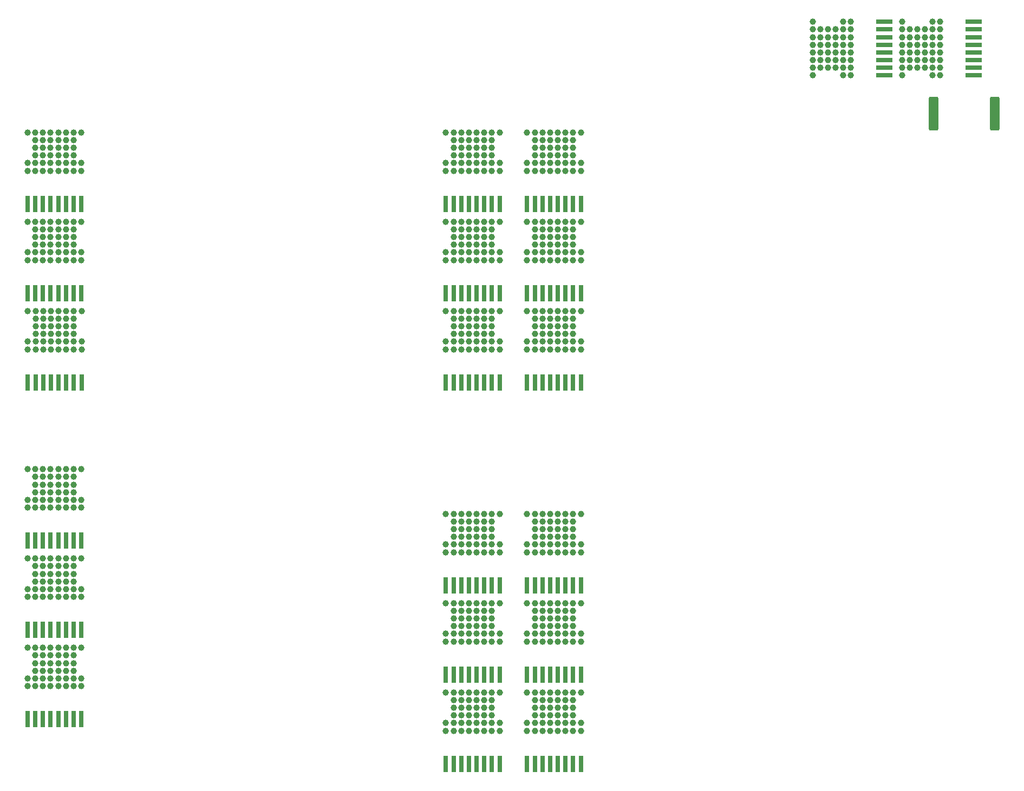
<source format=gbr>
%TF.GenerationSoftware,KiCad,Pcbnew,(6.0.0-rc1-57-gf03efa1cba)*%
%TF.CreationDate,2021-11-19T01:11:21-08:00*%
%TF.ProjectId,OpenCharger,4f70656e-4368-4617-9267-65722e6b6963,rev?*%
%TF.SameCoordinates,Original*%
%TF.FileFunction,Paste,Bot*%
%TF.FilePolarity,Positive*%
%FSLAX46Y46*%
G04 Gerber Fmt 4.6, Leading zero omitted, Abs format (unit mm)*
G04 Created by KiCad (PCBNEW (6.0.0-rc1-57-gf03efa1cba)) date 2021-11-19 01:11:21*
%MOMM*%
%LPD*%
G01*
G04 APERTURE LIST*
G04 Aperture macros list*
%AMRoundRect*
0 Rectangle with rounded corners*
0 $1 Rounding radius*
0 $2 $3 $4 $5 $6 $7 $8 $9 X,Y pos of 4 corners*
0 Add a 4 corners polygon primitive as box body*
4,1,4,$2,$3,$4,$5,$6,$7,$8,$9,$2,$3,0*
0 Add four circle primitives for the rounded corners*
1,1,$1+$1,$2,$3*
1,1,$1+$1,$4,$5*
1,1,$1+$1,$6,$7*
1,1,$1+$1,$8,$9*
0 Add four rect primitives between the rounded corners*
20,1,$1+$1,$2,$3,$4,$5,0*
20,1,$1+$1,$4,$5,$6,$7,0*
20,1,$1+$1,$6,$7,$8,$9,0*
20,1,$1+$1,$8,$9,$2,$3,0*%
G04 Aperture macros list end*
%ADD10R,2.600000X0.700000*%
%ADD11C,1.000000*%
%ADD12R,0.700000X2.600000*%
%ADD13RoundRect,0.250001X-0.487499X-2.399999X0.487499X-2.399999X0.487499X2.399999X-0.487499X2.399999X0*%
G04 APERTURE END LIST*
D10*
%TO.C,Q26*%
X239565000Y-161680000D03*
X239565000Y-160480000D03*
X239565000Y-159280000D03*
X239565000Y-158080000D03*
X239565000Y-156880000D03*
X239565000Y-155680000D03*
X239565000Y-154480000D03*
X239565000Y-153280000D03*
D11*
X234385000Y-153280000D03*
X233185000Y-153280000D03*
X228385000Y-153280000D03*
X234385000Y-154480000D03*
X233185000Y-154480000D03*
X231985000Y-154480000D03*
X230785000Y-154480000D03*
X229585000Y-154480000D03*
X228385000Y-154480000D03*
X234385000Y-155680000D03*
X233185000Y-155680000D03*
X231985000Y-155680000D03*
X230785000Y-155680000D03*
X229585000Y-155680000D03*
X228385000Y-155680000D03*
X234385000Y-156880000D03*
X233185000Y-156880000D03*
X231985000Y-156880000D03*
X230785000Y-156880000D03*
X229585000Y-156880000D03*
X228385000Y-156880000D03*
X234385000Y-158080000D03*
X233185000Y-158080000D03*
X231985000Y-158080000D03*
X230785000Y-158080000D03*
X229585000Y-158080000D03*
X228385000Y-158080000D03*
X234385000Y-159280000D03*
X233185000Y-159280000D03*
X231985000Y-159280000D03*
X230785000Y-159280000D03*
X229585000Y-159280000D03*
X228385000Y-159280000D03*
X234385000Y-160480000D03*
X233185000Y-160480000D03*
X231985000Y-160480000D03*
X230785000Y-160480000D03*
X229585000Y-160480000D03*
X228385000Y-160480000D03*
X234385000Y-161680000D03*
X233185000Y-161680000D03*
X228385000Y-161680000D03*
%TD*%
%TO.C,Q13*%
X105655000Y-170600000D03*
X105655000Y-175400000D03*
X105655000Y-176600000D03*
X106855000Y-170600000D03*
X106855000Y-171800000D03*
X106855000Y-173000000D03*
X106855000Y-174200000D03*
X106855000Y-175400000D03*
X106855000Y-176600000D03*
X108055000Y-170600000D03*
X108055000Y-171800000D03*
X108055000Y-173000000D03*
X108055000Y-174200000D03*
X108055000Y-175400000D03*
X108055000Y-176600000D03*
X109255000Y-170600000D03*
X109255000Y-171800000D03*
X109255000Y-173000000D03*
X109255000Y-174200000D03*
X109255000Y-175400000D03*
X109255000Y-176600000D03*
X110455000Y-170600000D03*
X110455000Y-171800000D03*
X110455000Y-173000000D03*
X110455000Y-174200000D03*
X110455000Y-175400000D03*
X110455000Y-176600000D03*
X111655000Y-170600000D03*
X111655000Y-171800000D03*
X111655000Y-173000000D03*
X111655000Y-174200000D03*
X111655000Y-175400000D03*
X111655000Y-176600000D03*
X112855000Y-170600000D03*
X112855000Y-171800000D03*
X112855000Y-173000000D03*
X112855000Y-174200000D03*
X112855000Y-175400000D03*
X112855000Y-176600000D03*
X114055000Y-170600000D03*
X114055000Y-175400000D03*
X114055000Y-176600000D03*
D12*
X114055000Y-181780000D03*
X112855000Y-181780000D03*
X111655000Y-181780000D03*
X110455000Y-181780000D03*
X109255000Y-181780000D03*
X108055000Y-181780000D03*
X106855000Y-181780000D03*
X105655000Y-181780000D03*
%TD*%
D11*
%TO.C,Q15*%
X105690000Y-198540000D03*
X105690000Y-203340000D03*
X105690000Y-204540000D03*
X106890000Y-198540000D03*
X106890000Y-199740000D03*
X106890000Y-200940000D03*
X106890000Y-202140000D03*
X106890000Y-203340000D03*
X106890000Y-204540000D03*
X108090000Y-198540000D03*
X108090000Y-199740000D03*
X108090000Y-200940000D03*
X108090000Y-202140000D03*
X108090000Y-203340000D03*
X108090000Y-204540000D03*
X109290000Y-198540000D03*
X109290000Y-199740000D03*
X109290000Y-200940000D03*
X109290000Y-202140000D03*
X109290000Y-203340000D03*
X109290000Y-204540000D03*
X110490000Y-198540000D03*
X110490000Y-199740000D03*
X110490000Y-200940000D03*
X110490000Y-202140000D03*
X110490000Y-203340000D03*
X110490000Y-204540000D03*
X111690000Y-198540000D03*
X111690000Y-199740000D03*
X111690000Y-200940000D03*
X111690000Y-202140000D03*
X111690000Y-203340000D03*
X111690000Y-204540000D03*
X112890000Y-198540000D03*
X112890000Y-199740000D03*
X112890000Y-200940000D03*
X112890000Y-202140000D03*
X112890000Y-203340000D03*
X112890000Y-204540000D03*
X114090000Y-198540000D03*
X114090000Y-203340000D03*
X114090000Y-204540000D03*
D12*
X114090000Y-209720000D03*
X112890000Y-209720000D03*
X111690000Y-209720000D03*
X110490000Y-209720000D03*
X109290000Y-209720000D03*
X108090000Y-209720000D03*
X106890000Y-209720000D03*
X105690000Y-209720000D03*
%TD*%
D11*
%TO.C,Q14*%
X105655000Y-184570000D03*
X105655000Y-189370000D03*
X105655000Y-190570000D03*
X106855000Y-184570000D03*
X106855000Y-185770000D03*
X106855000Y-186970000D03*
X106855000Y-188170000D03*
X106855000Y-189370000D03*
X106855000Y-190570000D03*
X108055000Y-184570000D03*
X108055000Y-185770000D03*
X108055000Y-186970000D03*
X108055000Y-188170000D03*
X108055000Y-189370000D03*
X108055000Y-190570000D03*
X109255000Y-184570000D03*
X109255000Y-185770000D03*
X109255000Y-186970000D03*
X109255000Y-188170000D03*
X109255000Y-189370000D03*
X109255000Y-190570000D03*
X110455000Y-184570000D03*
X110455000Y-185770000D03*
X110455000Y-186970000D03*
X110455000Y-188170000D03*
X110455000Y-189370000D03*
X110455000Y-190570000D03*
X111655000Y-184570000D03*
X111655000Y-185770000D03*
X111655000Y-186970000D03*
X111655000Y-188170000D03*
X111655000Y-189370000D03*
X111655000Y-190570000D03*
X112855000Y-184570000D03*
X112855000Y-185770000D03*
X112855000Y-186970000D03*
X112855000Y-188170000D03*
X112855000Y-189370000D03*
X112855000Y-190570000D03*
X114055000Y-184570000D03*
X114055000Y-189370000D03*
X114055000Y-190570000D03*
D12*
X114055000Y-195750000D03*
X112855000Y-195750000D03*
X111655000Y-195750000D03*
X110455000Y-195750000D03*
X109255000Y-195750000D03*
X108055000Y-195750000D03*
X106855000Y-195750000D03*
X105655000Y-195750000D03*
%TD*%
%TO.C,Q25*%
X183760000Y-181780000D03*
X184960000Y-181780000D03*
X186160000Y-181780000D03*
X187360000Y-181780000D03*
X188560000Y-181780000D03*
X189760000Y-181780000D03*
X190960000Y-181780000D03*
X192160000Y-181780000D03*
D11*
X192160000Y-176600000D03*
X192160000Y-175400000D03*
X192160000Y-170600000D03*
X190960000Y-176600000D03*
X190960000Y-175400000D03*
X190960000Y-174200000D03*
X190960000Y-173000000D03*
X190960000Y-171800000D03*
X190960000Y-170600000D03*
X189760000Y-176600000D03*
X189760000Y-175400000D03*
X189760000Y-174200000D03*
X189760000Y-173000000D03*
X189760000Y-171800000D03*
X189760000Y-170600000D03*
X188560000Y-176600000D03*
X188560000Y-175400000D03*
X188560000Y-174200000D03*
X188560000Y-173000000D03*
X188560000Y-171800000D03*
X188560000Y-170600000D03*
X187360000Y-176600000D03*
X187360000Y-175400000D03*
X187360000Y-174200000D03*
X187360000Y-173000000D03*
X187360000Y-171800000D03*
X187360000Y-170600000D03*
X186160000Y-176600000D03*
X186160000Y-175400000D03*
X186160000Y-174200000D03*
X186160000Y-173000000D03*
X186160000Y-171800000D03*
X186160000Y-170600000D03*
X184960000Y-176600000D03*
X184960000Y-175400000D03*
X184960000Y-174200000D03*
X184960000Y-173000000D03*
X184960000Y-171800000D03*
X184960000Y-170600000D03*
X183760000Y-176600000D03*
X183760000Y-175400000D03*
X183760000Y-170600000D03*
%TD*%
D12*
%TO.C,Q24*%
X183760000Y-195750000D03*
X184960000Y-195750000D03*
X186160000Y-195750000D03*
X187360000Y-195750000D03*
X188560000Y-195750000D03*
X189760000Y-195750000D03*
X190960000Y-195750000D03*
X192160000Y-195750000D03*
D11*
X192160000Y-190570000D03*
X192160000Y-189370000D03*
X192160000Y-184570000D03*
X190960000Y-190570000D03*
X190960000Y-189370000D03*
X190960000Y-188170000D03*
X190960000Y-186970000D03*
X190960000Y-185770000D03*
X190960000Y-184570000D03*
X189760000Y-190570000D03*
X189760000Y-189370000D03*
X189760000Y-188170000D03*
X189760000Y-186970000D03*
X189760000Y-185770000D03*
X189760000Y-184570000D03*
X188560000Y-190570000D03*
X188560000Y-189370000D03*
X188560000Y-188170000D03*
X188560000Y-186970000D03*
X188560000Y-185770000D03*
X188560000Y-184570000D03*
X187360000Y-190570000D03*
X187360000Y-189370000D03*
X187360000Y-188170000D03*
X187360000Y-186970000D03*
X187360000Y-185770000D03*
X187360000Y-184570000D03*
X186160000Y-190570000D03*
X186160000Y-189370000D03*
X186160000Y-188170000D03*
X186160000Y-186970000D03*
X186160000Y-185770000D03*
X186160000Y-184570000D03*
X184960000Y-190570000D03*
X184960000Y-189370000D03*
X184960000Y-188170000D03*
X184960000Y-186970000D03*
X184960000Y-185770000D03*
X184960000Y-184570000D03*
X183760000Y-190570000D03*
X183760000Y-189370000D03*
X183760000Y-184570000D03*
%TD*%
D12*
%TO.C,Q23*%
X183760000Y-255440000D03*
X184960000Y-255440000D03*
X186160000Y-255440000D03*
X187360000Y-255440000D03*
X188560000Y-255440000D03*
X189760000Y-255440000D03*
X190960000Y-255440000D03*
X192160000Y-255440000D03*
D11*
X192160000Y-250260000D03*
X192160000Y-249060000D03*
X192160000Y-244260000D03*
X190960000Y-250260000D03*
X190960000Y-249060000D03*
X190960000Y-247860000D03*
X190960000Y-246660000D03*
X190960000Y-245460000D03*
X190960000Y-244260000D03*
X189760000Y-250260000D03*
X189760000Y-249060000D03*
X189760000Y-247860000D03*
X189760000Y-246660000D03*
X189760000Y-245460000D03*
X189760000Y-244260000D03*
X188560000Y-250260000D03*
X188560000Y-249060000D03*
X188560000Y-247860000D03*
X188560000Y-246660000D03*
X188560000Y-245460000D03*
X188560000Y-244260000D03*
X187360000Y-250260000D03*
X187360000Y-249060000D03*
X187360000Y-247860000D03*
X187360000Y-246660000D03*
X187360000Y-245460000D03*
X187360000Y-244260000D03*
X186160000Y-250260000D03*
X186160000Y-249060000D03*
X186160000Y-247860000D03*
X186160000Y-246660000D03*
X186160000Y-245460000D03*
X186160000Y-244260000D03*
X184960000Y-250260000D03*
X184960000Y-249060000D03*
X184960000Y-247860000D03*
X184960000Y-246660000D03*
X184960000Y-245460000D03*
X184960000Y-244260000D03*
X183760000Y-250260000D03*
X183760000Y-249060000D03*
X183760000Y-244260000D03*
%TD*%
D12*
%TO.C,Q22*%
X183760000Y-241470000D03*
X184960000Y-241470000D03*
X186160000Y-241470000D03*
X187360000Y-241470000D03*
X188560000Y-241470000D03*
X189760000Y-241470000D03*
X190960000Y-241470000D03*
X192160000Y-241470000D03*
D11*
X192160000Y-236290000D03*
X192160000Y-235090000D03*
X192160000Y-230290000D03*
X190960000Y-236290000D03*
X190960000Y-235090000D03*
X190960000Y-233890000D03*
X190960000Y-232690000D03*
X190960000Y-231490000D03*
X190960000Y-230290000D03*
X189760000Y-236290000D03*
X189760000Y-235090000D03*
X189760000Y-233890000D03*
X189760000Y-232690000D03*
X189760000Y-231490000D03*
X189760000Y-230290000D03*
X188560000Y-236290000D03*
X188560000Y-235090000D03*
X188560000Y-233890000D03*
X188560000Y-232690000D03*
X188560000Y-231490000D03*
X188560000Y-230290000D03*
X187360000Y-236290000D03*
X187360000Y-235090000D03*
X187360000Y-233890000D03*
X187360000Y-232690000D03*
X187360000Y-231490000D03*
X187360000Y-230290000D03*
X186160000Y-236290000D03*
X186160000Y-235090000D03*
X186160000Y-233890000D03*
X186160000Y-232690000D03*
X186160000Y-231490000D03*
X186160000Y-230290000D03*
X184960000Y-236290000D03*
X184960000Y-235090000D03*
X184960000Y-233890000D03*
X184960000Y-232690000D03*
X184960000Y-231490000D03*
X184960000Y-230290000D03*
X183760000Y-236290000D03*
X183760000Y-235090000D03*
X183760000Y-230290000D03*
%TD*%
D12*
%TO.C,Q21*%
X171060000Y-255430000D03*
X172260000Y-255430000D03*
X173460000Y-255430000D03*
X174660000Y-255430000D03*
X175860000Y-255430000D03*
X177060000Y-255430000D03*
X178260000Y-255430000D03*
X179460000Y-255430000D03*
D11*
X179460000Y-250250000D03*
X179460000Y-249050000D03*
X179460000Y-244250000D03*
X178260000Y-250250000D03*
X178260000Y-249050000D03*
X178260000Y-247850000D03*
X178260000Y-246650000D03*
X178260000Y-245450000D03*
X178260000Y-244250000D03*
X177060000Y-250250000D03*
X177060000Y-249050000D03*
X177060000Y-247850000D03*
X177060000Y-246650000D03*
X177060000Y-245450000D03*
X177060000Y-244250000D03*
X175860000Y-250250000D03*
X175860000Y-249050000D03*
X175860000Y-247850000D03*
X175860000Y-246650000D03*
X175860000Y-245450000D03*
X175860000Y-244250000D03*
X174660000Y-250250000D03*
X174660000Y-249050000D03*
X174660000Y-247850000D03*
X174660000Y-246650000D03*
X174660000Y-245450000D03*
X174660000Y-244250000D03*
X173460000Y-250250000D03*
X173460000Y-249050000D03*
X173460000Y-247850000D03*
X173460000Y-246650000D03*
X173460000Y-245450000D03*
X173460000Y-244250000D03*
X172260000Y-250250000D03*
X172260000Y-249050000D03*
X172260000Y-247850000D03*
X172260000Y-246650000D03*
X172260000Y-245450000D03*
X172260000Y-244250000D03*
X171060000Y-250250000D03*
X171060000Y-249050000D03*
X171060000Y-244250000D03*
%TD*%
D12*
%TO.C,Q20*%
X171060000Y-241460000D03*
X172260000Y-241460000D03*
X173460000Y-241460000D03*
X174660000Y-241460000D03*
X175860000Y-241460000D03*
X177060000Y-241460000D03*
X178260000Y-241460000D03*
X179460000Y-241460000D03*
D11*
X179460000Y-236280000D03*
X179460000Y-235080000D03*
X179460000Y-230280000D03*
X178260000Y-236280000D03*
X178260000Y-235080000D03*
X178260000Y-233880000D03*
X178260000Y-232680000D03*
X178260000Y-231480000D03*
X178260000Y-230280000D03*
X177060000Y-236280000D03*
X177060000Y-235080000D03*
X177060000Y-233880000D03*
X177060000Y-232680000D03*
X177060000Y-231480000D03*
X177060000Y-230280000D03*
X175860000Y-236280000D03*
X175860000Y-235080000D03*
X175860000Y-233880000D03*
X175860000Y-232680000D03*
X175860000Y-231480000D03*
X175860000Y-230280000D03*
X174660000Y-236280000D03*
X174660000Y-235080000D03*
X174660000Y-233880000D03*
X174660000Y-232680000D03*
X174660000Y-231480000D03*
X174660000Y-230280000D03*
X173460000Y-236280000D03*
X173460000Y-235080000D03*
X173460000Y-233880000D03*
X173460000Y-232680000D03*
X173460000Y-231480000D03*
X173460000Y-230280000D03*
X172260000Y-236280000D03*
X172260000Y-235080000D03*
X172260000Y-233880000D03*
X172260000Y-232680000D03*
X172260000Y-231480000D03*
X172260000Y-230280000D03*
X171060000Y-236280000D03*
X171060000Y-235080000D03*
X171060000Y-230280000D03*
%TD*%
D12*
%TO.C,Q19*%
X171060000Y-209720000D03*
X172260000Y-209720000D03*
X173460000Y-209720000D03*
X174660000Y-209720000D03*
X175860000Y-209720000D03*
X177060000Y-209720000D03*
X178260000Y-209720000D03*
X179460000Y-209720000D03*
D11*
X179460000Y-204540000D03*
X179460000Y-203340000D03*
X179460000Y-198540000D03*
X178260000Y-204540000D03*
X178260000Y-203340000D03*
X178260000Y-202140000D03*
X178260000Y-200940000D03*
X178260000Y-199740000D03*
X178260000Y-198540000D03*
X177060000Y-204540000D03*
X177060000Y-203340000D03*
X177060000Y-202140000D03*
X177060000Y-200940000D03*
X177060000Y-199740000D03*
X177060000Y-198540000D03*
X175860000Y-204540000D03*
X175860000Y-203340000D03*
X175860000Y-202140000D03*
X175860000Y-200940000D03*
X175860000Y-199740000D03*
X175860000Y-198540000D03*
X174660000Y-204540000D03*
X174660000Y-203340000D03*
X174660000Y-202140000D03*
X174660000Y-200940000D03*
X174660000Y-199740000D03*
X174660000Y-198540000D03*
X173460000Y-204540000D03*
X173460000Y-203340000D03*
X173460000Y-202140000D03*
X173460000Y-200940000D03*
X173460000Y-199740000D03*
X173460000Y-198540000D03*
X172260000Y-204540000D03*
X172260000Y-203340000D03*
X172260000Y-202140000D03*
X172260000Y-200940000D03*
X172260000Y-199740000D03*
X172260000Y-198540000D03*
X171060000Y-204540000D03*
X171060000Y-203340000D03*
X171060000Y-198540000D03*
%TD*%
D12*
%TO.C,Q18*%
X171060000Y-195750000D03*
X172260000Y-195750000D03*
X173460000Y-195750000D03*
X174660000Y-195750000D03*
X175860000Y-195750000D03*
X177060000Y-195750000D03*
X178260000Y-195750000D03*
X179460000Y-195750000D03*
D11*
X179460000Y-190570000D03*
X179460000Y-189370000D03*
X179460000Y-184570000D03*
X178260000Y-190570000D03*
X178260000Y-189370000D03*
X178260000Y-188170000D03*
X178260000Y-186970000D03*
X178260000Y-185770000D03*
X178260000Y-184570000D03*
X177060000Y-190570000D03*
X177060000Y-189370000D03*
X177060000Y-188170000D03*
X177060000Y-186970000D03*
X177060000Y-185770000D03*
X177060000Y-184570000D03*
X175860000Y-190570000D03*
X175860000Y-189370000D03*
X175860000Y-188170000D03*
X175860000Y-186970000D03*
X175860000Y-185770000D03*
X175860000Y-184570000D03*
X174660000Y-190570000D03*
X174660000Y-189370000D03*
X174660000Y-188170000D03*
X174660000Y-186970000D03*
X174660000Y-185770000D03*
X174660000Y-184570000D03*
X173460000Y-190570000D03*
X173460000Y-189370000D03*
X173460000Y-188170000D03*
X173460000Y-186970000D03*
X173460000Y-185770000D03*
X173460000Y-184570000D03*
X172260000Y-190570000D03*
X172260000Y-189370000D03*
X172260000Y-188170000D03*
X172260000Y-186970000D03*
X172260000Y-185770000D03*
X172260000Y-184570000D03*
X171060000Y-190570000D03*
X171060000Y-189370000D03*
X171060000Y-184570000D03*
%TD*%
D12*
%TO.C,Q12*%
X105655000Y-262425000D03*
X106855000Y-262425000D03*
X108055000Y-262425000D03*
X109255000Y-262425000D03*
X110455000Y-262425000D03*
X111655000Y-262425000D03*
X112855000Y-262425000D03*
X114055000Y-262425000D03*
D11*
X114055000Y-257245000D03*
X114055000Y-256045000D03*
X114055000Y-251245000D03*
X112855000Y-257245000D03*
X112855000Y-256045000D03*
X112855000Y-254845000D03*
X112855000Y-253645000D03*
X112855000Y-252445000D03*
X112855000Y-251245000D03*
X111655000Y-257245000D03*
X111655000Y-256045000D03*
X111655000Y-254845000D03*
X111655000Y-253645000D03*
X111655000Y-252445000D03*
X111655000Y-251245000D03*
X110455000Y-257245000D03*
X110455000Y-256045000D03*
X110455000Y-254845000D03*
X110455000Y-253645000D03*
X110455000Y-252445000D03*
X110455000Y-251245000D03*
X109255000Y-257245000D03*
X109255000Y-256045000D03*
X109255000Y-254845000D03*
X109255000Y-253645000D03*
X109255000Y-252445000D03*
X109255000Y-251245000D03*
X108055000Y-257245000D03*
X108055000Y-256045000D03*
X108055000Y-254845000D03*
X108055000Y-253645000D03*
X108055000Y-252445000D03*
X108055000Y-251245000D03*
X106855000Y-257245000D03*
X106855000Y-256045000D03*
X106855000Y-254845000D03*
X106855000Y-253645000D03*
X106855000Y-252445000D03*
X106855000Y-251245000D03*
X105655000Y-257245000D03*
X105655000Y-256045000D03*
X105655000Y-251245000D03*
%TD*%
D12*
%TO.C,Q11*%
X105655000Y-248455000D03*
X106855000Y-248455000D03*
X108055000Y-248455000D03*
X109255000Y-248455000D03*
X110455000Y-248455000D03*
X111655000Y-248455000D03*
X112855000Y-248455000D03*
X114055000Y-248455000D03*
D11*
X114055000Y-243275000D03*
X114055000Y-242075000D03*
X114055000Y-237275000D03*
X112855000Y-243275000D03*
X112855000Y-242075000D03*
X112855000Y-240875000D03*
X112855000Y-239675000D03*
X112855000Y-238475000D03*
X112855000Y-237275000D03*
X111655000Y-243275000D03*
X111655000Y-242075000D03*
X111655000Y-240875000D03*
X111655000Y-239675000D03*
X111655000Y-238475000D03*
X111655000Y-237275000D03*
X110455000Y-243275000D03*
X110455000Y-242075000D03*
X110455000Y-240875000D03*
X110455000Y-239675000D03*
X110455000Y-238475000D03*
X110455000Y-237275000D03*
X109255000Y-243275000D03*
X109255000Y-242075000D03*
X109255000Y-240875000D03*
X109255000Y-239675000D03*
X109255000Y-238475000D03*
X109255000Y-237275000D03*
X108055000Y-243275000D03*
X108055000Y-242075000D03*
X108055000Y-240875000D03*
X108055000Y-239675000D03*
X108055000Y-238475000D03*
X108055000Y-237275000D03*
X106855000Y-243275000D03*
X106855000Y-242075000D03*
X106855000Y-240875000D03*
X106855000Y-239675000D03*
X106855000Y-238475000D03*
X106855000Y-237275000D03*
X105655000Y-243275000D03*
X105655000Y-242075000D03*
X105655000Y-237275000D03*
%TD*%
D12*
%TO.C,Q10*%
X105655000Y-234485000D03*
X106855000Y-234485000D03*
X108055000Y-234485000D03*
X109255000Y-234485000D03*
X110455000Y-234485000D03*
X111655000Y-234485000D03*
X112855000Y-234485000D03*
X114055000Y-234485000D03*
D11*
X114055000Y-229305000D03*
X114055000Y-228105000D03*
X114055000Y-223305000D03*
X112855000Y-229305000D03*
X112855000Y-228105000D03*
X112855000Y-226905000D03*
X112855000Y-225705000D03*
X112855000Y-224505000D03*
X112855000Y-223305000D03*
X111655000Y-229305000D03*
X111655000Y-228105000D03*
X111655000Y-226905000D03*
X111655000Y-225705000D03*
X111655000Y-224505000D03*
X111655000Y-223305000D03*
X110455000Y-229305000D03*
X110455000Y-228105000D03*
X110455000Y-226905000D03*
X110455000Y-225705000D03*
X110455000Y-224505000D03*
X110455000Y-223305000D03*
X109255000Y-229305000D03*
X109255000Y-228105000D03*
X109255000Y-226905000D03*
X109255000Y-225705000D03*
X109255000Y-224505000D03*
X109255000Y-223305000D03*
X108055000Y-229305000D03*
X108055000Y-228105000D03*
X108055000Y-226905000D03*
X108055000Y-225705000D03*
X108055000Y-224505000D03*
X108055000Y-223305000D03*
X106855000Y-229305000D03*
X106855000Y-228105000D03*
X106855000Y-226905000D03*
X106855000Y-225705000D03*
X106855000Y-224505000D03*
X106855000Y-223305000D03*
X105655000Y-229305000D03*
X105655000Y-228105000D03*
X105655000Y-223305000D03*
%TD*%
%TO.C,Q7*%
X184960000Y-259430000D03*
X190960000Y-263030000D03*
X189760000Y-263030000D03*
X183760000Y-258230000D03*
X184960000Y-261830000D03*
X184960000Y-258230000D03*
X188560000Y-261830000D03*
X183760000Y-264230000D03*
D12*
X189760000Y-269410000D03*
D11*
X183760000Y-263030000D03*
D12*
X186160000Y-269410000D03*
D11*
X186160000Y-261830000D03*
X187360000Y-263030000D03*
X189760000Y-259430000D03*
D12*
X188560000Y-269410000D03*
D11*
X186160000Y-258230000D03*
D12*
X192160000Y-269410000D03*
D11*
X186160000Y-260630000D03*
X188560000Y-264230000D03*
X189760000Y-264230000D03*
X190960000Y-259430000D03*
X188560000Y-258230000D03*
X184960000Y-263030000D03*
X189760000Y-261830000D03*
X187360000Y-258230000D03*
X187360000Y-259430000D03*
X186160000Y-259430000D03*
X187360000Y-264230000D03*
D12*
X187360000Y-269410000D03*
D11*
X187360000Y-261830000D03*
X186160000Y-263030000D03*
X186160000Y-264230000D03*
X187360000Y-260630000D03*
X192160000Y-258230000D03*
D12*
X183760000Y-269410000D03*
D11*
X184960000Y-260630000D03*
X188560000Y-260630000D03*
X192160000Y-263030000D03*
X190960000Y-261830000D03*
X190960000Y-258230000D03*
X192160000Y-264230000D03*
X189760000Y-260630000D03*
X184960000Y-264230000D03*
X190960000Y-260630000D03*
X189760000Y-258230000D03*
X188560000Y-263030000D03*
D12*
X184960000Y-269410000D03*
D11*
X190960000Y-264230000D03*
D12*
X190960000Y-269410000D03*
D11*
X188560000Y-259430000D03*
%TD*%
D12*
%TO.C,Q9*%
X190960000Y-209720000D03*
D11*
X190960000Y-202140000D03*
X190960000Y-204540000D03*
X192160000Y-198540000D03*
X188560000Y-198540000D03*
X183760000Y-204540000D03*
X192160000Y-203340000D03*
D12*
X187360000Y-209720000D03*
D11*
X186160000Y-199740000D03*
X187360000Y-204540000D03*
D12*
X184960000Y-209720000D03*
D11*
X190960000Y-203340000D03*
X186160000Y-204540000D03*
X192160000Y-204540000D03*
X190960000Y-200940000D03*
X184960000Y-204540000D03*
X188560000Y-203340000D03*
X187360000Y-199740000D03*
X189760000Y-198540000D03*
X187360000Y-198540000D03*
X184960000Y-200940000D03*
X184960000Y-202140000D03*
X188560000Y-204540000D03*
X184960000Y-198540000D03*
X190960000Y-199740000D03*
X187360000Y-202140000D03*
X188560000Y-200940000D03*
X184960000Y-203340000D03*
X186160000Y-203340000D03*
D12*
X189760000Y-209720000D03*
D11*
X190960000Y-198540000D03*
X187360000Y-200940000D03*
X189760000Y-202140000D03*
X189760000Y-199740000D03*
X187360000Y-203340000D03*
X189760000Y-204540000D03*
X189760000Y-200940000D03*
D12*
X183760000Y-209720000D03*
X188560000Y-209720000D03*
D11*
X183760000Y-198540000D03*
X184960000Y-199740000D03*
X189760000Y-203340000D03*
X188560000Y-202140000D03*
D12*
X192160000Y-209720000D03*
D11*
X186160000Y-198540000D03*
X186160000Y-202140000D03*
X188560000Y-199740000D03*
D12*
X186160000Y-209720000D03*
D11*
X186160000Y-200940000D03*
X183760000Y-203340000D03*
%TD*%
%TO.C,Q6*%
X174660000Y-260620000D03*
D12*
X174660000Y-269400000D03*
X171060000Y-269400000D03*
D11*
X177060000Y-260620000D03*
X172260000Y-261820000D03*
X173460000Y-260620000D03*
X177060000Y-259420000D03*
D12*
X177060000Y-269400000D03*
D11*
X174660000Y-259420000D03*
D12*
X173460000Y-269400000D03*
D11*
X175860000Y-258220000D03*
X175860000Y-261820000D03*
X173460000Y-264220000D03*
D12*
X172260000Y-269400000D03*
D11*
X172260000Y-264220000D03*
X177060000Y-261820000D03*
X178260000Y-264220000D03*
X173460000Y-258220000D03*
X171060000Y-263020000D03*
X175860000Y-263020000D03*
X171060000Y-264220000D03*
X177060000Y-264220000D03*
X172260000Y-259420000D03*
X179460000Y-264220000D03*
X173460000Y-261820000D03*
X174660000Y-264220000D03*
X177060000Y-258220000D03*
X173460000Y-259420000D03*
X178260000Y-261820000D03*
X175860000Y-260620000D03*
X172260000Y-260620000D03*
X178260000Y-258220000D03*
X178260000Y-260620000D03*
X175860000Y-259420000D03*
D12*
X179460000Y-269400000D03*
D11*
X172260000Y-263020000D03*
D12*
X175860000Y-269400000D03*
D11*
X178260000Y-263020000D03*
X179460000Y-258220000D03*
X174660000Y-261820000D03*
X172260000Y-258220000D03*
X178260000Y-259420000D03*
X171060000Y-258220000D03*
X173460000Y-263020000D03*
D12*
X178260000Y-269400000D03*
D11*
X179460000Y-263020000D03*
X174660000Y-258220000D03*
X175860000Y-264220000D03*
X174660000Y-263020000D03*
X177060000Y-263020000D03*
%TD*%
%TO.C,Q5*%
X173460000Y-173000000D03*
X172260000Y-174200000D03*
D12*
X177060000Y-181780000D03*
D11*
X175860000Y-176600000D03*
X173460000Y-171800000D03*
X175860000Y-175400000D03*
X175860000Y-170600000D03*
X174660000Y-170600000D03*
X174660000Y-174200000D03*
X178260000Y-171800000D03*
X174660000Y-175400000D03*
X171060000Y-175400000D03*
X179460000Y-170600000D03*
X172260000Y-171800000D03*
X174660000Y-173000000D03*
X177060000Y-174200000D03*
X172260000Y-175400000D03*
D12*
X173460000Y-181780000D03*
D11*
X174660000Y-176600000D03*
X174660000Y-171800000D03*
X172260000Y-176600000D03*
X175860000Y-174200000D03*
X173460000Y-176600000D03*
D12*
X175860000Y-181780000D03*
D11*
X178260000Y-175400000D03*
X177060000Y-173000000D03*
X177060000Y-171800000D03*
X171060000Y-170600000D03*
X179460000Y-175400000D03*
D12*
X174660000Y-181780000D03*
X179460000Y-181780000D03*
D11*
X178260000Y-174200000D03*
X177060000Y-170600000D03*
X178260000Y-170600000D03*
X172260000Y-170600000D03*
X172260000Y-173000000D03*
X175860000Y-173000000D03*
X177060000Y-176600000D03*
D12*
X178260000Y-181780000D03*
X172260000Y-181780000D03*
D11*
X173460000Y-174200000D03*
X171060000Y-176600000D03*
X178260000Y-173000000D03*
X179460000Y-176600000D03*
X173460000Y-175400000D03*
D12*
X171060000Y-181780000D03*
D11*
X175860000Y-171800000D03*
X177060000Y-175400000D03*
X178260000Y-176600000D03*
X173460000Y-170600000D03*
%TD*%
D13*
%TO.C,R7*%
X247282500Y-167640000D03*
X256907500Y-167640000D03*
%TD*%
D11*
%TO.C,Q8*%
X244755000Y-159280000D03*
X244755000Y-156880000D03*
X242355000Y-155680000D03*
X242355000Y-159280000D03*
X247155000Y-156880000D03*
X244755000Y-158080000D03*
X244755000Y-154480000D03*
X243555000Y-159280000D03*
X242355000Y-156880000D03*
D10*
X253535000Y-158080000D03*
D11*
X248355000Y-155680000D03*
X244755000Y-160480000D03*
X247155000Y-158080000D03*
X245955000Y-159280000D03*
D10*
X253535000Y-161680000D03*
D11*
X243555000Y-158080000D03*
X243555000Y-155680000D03*
X248355000Y-160480000D03*
X242355000Y-154480000D03*
X248355000Y-154480000D03*
X247155000Y-153280000D03*
X245955000Y-160480000D03*
D10*
X253535000Y-153280000D03*
D11*
X247155000Y-159280000D03*
D10*
X253535000Y-159280000D03*
X253535000Y-156880000D03*
D11*
X247155000Y-160480000D03*
X248355000Y-153280000D03*
X247155000Y-161680000D03*
X243555000Y-156880000D03*
X245955000Y-154480000D03*
D10*
X253535000Y-154480000D03*
D11*
X248355000Y-156880000D03*
X243555000Y-160480000D03*
D10*
X253535000Y-155680000D03*
D11*
X242355000Y-153280000D03*
X242355000Y-158080000D03*
X247155000Y-155680000D03*
X243555000Y-154480000D03*
X242355000Y-160480000D03*
X245955000Y-155680000D03*
X242355000Y-161680000D03*
X248355000Y-159280000D03*
X244755000Y-155680000D03*
X245955000Y-156880000D03*
X248355000Y-161680000D03*
X245955000Y-158080000D03*
X247155000Y-154480000D03*
X248355000Y-158080000D03*
D10*
X253535000Y-160480000D03*
%TD*%
M02*

</source>
